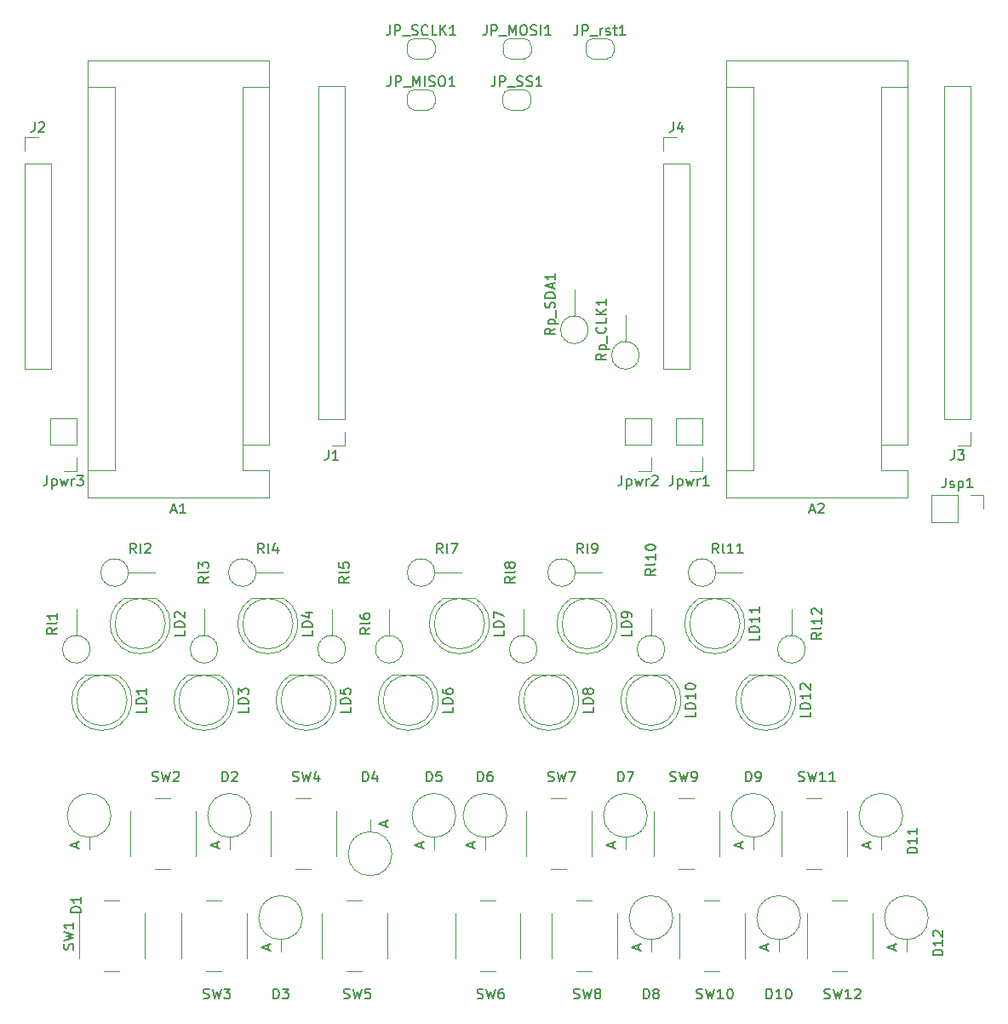
<source format=gto>
G04 #@! TF.GenerationSoftware,KiCad,Pcbnew,(5.1.4-0)*
G04 #@! TF.CreationDate,2020-06-14T15:43:19+08:00*
G04 #@! TF.ProjectId,2NanoMusic,324e616e-6f4d-4757-9369-632e6b696361,rev?*
G04 #@! TF.SameCoordinates,PX3938700PY8f0d180*
G04 #@! TF.FileFunction,Legend,Top*
G04 #@! TF.FilePolarity,Positive*
%FSLAX46Y46*%
G04 Gerber Fmt 4.6, Leading zero omitted, Abs format (unit mm)*
G04 Created by KiCad (PCBNEW (5.1.4-0)) date 2020-06-14 15:43:19*
%MOMM*%
%LPD*%
G04 APERTURE LIST*
%ADD10C,0.120000*%
%ADD11C,0.150000*%
G04 APERTURE END LIST*
D10*
X24130000Y57150000D02*
X24130000Y54610000D01*
X24130000Y54610000D02*
X26800000Y54610000D01*
X26800000Y57150000D02*
X26800000Y95380000D01*
X26800000Y51940000D02*
X26800000Y54610000D01*
X11430000Y54610000D02*
X8760000Y54610000D01*
X11430000Y54610000D02*
X11430000Y92710000D01*
X11430000Y92710000D02*
X8760000Y92710000D01*
X24130000Y57150000D02*
X26800000Y57150000D01*
X24130000Y57150000D02*
X24130000Y92710000D01*
X24130000Y92710000D02*
X26800000Y92710000D01*
X26800000Y95380000D02*
X8760000Y95380000D01*
X8760000Y95380000D02*
X8760000Y51940000D01*
X8760000Y51940000D02*
X26800000Y51940000D01*
X72260000Y51940000D02*
X90300000Y51940000D01*
X72260000Y95380000D02*
X72260000Y51940000D01*
X90300000Y95380000D02*
X72260000Y95380000D01*
X87630000Y92710000D02*
X90300000Y92710000D01*
X87630000Y57150000D02*
X87630000Y92710000D01*
X87630000Y57150000D02*
X90300000Y57150000D01*
X74930000Y92710000D02*
X72260000Y92710000D01*
X74930000Y54610000D02*
X74930000Y92710000D01*
X74930000Y54610000D02*
X72260000Y54610000D01*
X90300000Y51940000D02*
X90300000Y54610000D01*
X90300000Y57150000D02*
X90300000Y95380000D01*
X87630000Y54610000D02*
X90300000Y54610000D01*
X87630000Y57150000D02*
X87630000Y54610000D01*
X8890000Y18145101D02*
X8890000Y16940000D01*
X11064899Y20320000D02*
G75*
G03X11064899Y20320000I-2174899J0D01*
G01*
X22860000Y18145101D02*
X22860000Y16940000D01*
X25034899Y20320000D02*
G75*
G03X25034899Y20320000I-2174899J0D01*
G01*
X27940000Y7985101D02*
X27940000Y6780000D01*
X30114899Y10160000D02*
G75*
G03X30114899Y10160000I-2174899J0D01*
G01*
X39004899Y16510000D02*
G75*
G03X39004899Y16510000I-2174899J0D01*
G01*
X36830000Y18684899D02*
X36830000Y19890000D01*
X45354899Y20320000D02*
G75*
G03X45354899Y20320000I-2174899J0D01*
G01*
X43180000Y18145101D02*
X43180000Y16940000D01*
X50434899Y20320000D02*
G75*
G03X50434899Y20320000I-2174899J0D01*
G01*
X48260000Y18145101D02*
X48260000Y16940000D01*
X62230000Y18145101D02*
X62230000Y16940000D01*
X64404899Y20320000D02*
G75*
G03X64404899Y20320000I-2174899J0D01*
G01*
X66944899Y10160000D02*
G75*
G03X66944899Y10160000I-2174899J0D01*
G01*
X64770000Y7985101D02*
X64770000Y6780000D01*
X74930000Y18145101D02*
X74930000Y16940000D01*
X77104899Y20320000D02*
G75*
G03X77104899Y20320000I-2174899J0D01*
G01*
X79644899Y10160000D02*
G75*
G03X79644899Y10160000I-2174899J0D01*
G01*
X77470000Y7985101D02*
X77470000Y6780000D01*
X87630000Y18145101D02*
X87630000Y16940000D01*
X89804899Y20320000D02*
G75*
G03X89804899Y20320000I-2174899J0D01*
G01*
X92344899Y10160000D02*
G75*
G03X92344899Y10160000I-2174899J0D01*
G01*
X90170000Y7985101D02*
X90170000Y6780000D01*
X34350000Y57090000D02*
X33020000Y57090000D01*
X34350000Y58420000D02*
X34350000Y57090000D01*
X34350000Y59690000D02*
X31690000Y59690000D01*
X31690000Y59690000D02*
X31690000Y92770000D01*
X34350000Y59690000D02*
X34350000Y92770000D01*
X34350000Y92770000D02*
X31690000Y92770000D01*
X2480000Y87690000D02*
X3810000Y87690000D01*
X2480000Y86360000D02*
X2480000Y87690000D01*
X2480000Y85090000D02*
X5140000Y85090000D01*
X5140000Y85090000D02*
X5140000Y64710000D01*
X2480000Y85090000D02*
X2480000Y64710000D01*
X2480000Y64710000D02*
X5140000Y64710000D01*
X96580000Y92770000D02*
X93920000Y92770000D01*
X96580000Y59690000D02*
X96580000Y92770000D01*
X93920000Y59690000D02*
X93920000Y92770000D01*
X96580000Y59690000D02*
X93920000Y59690000D01*
X96580000Y58420000D02*
X96580000Y57090000D01*
X96580000Y57090000D02*
X95250000Y57090000D01*
X65980000Y64710000D02*
X68640000Y64710000D01*
X65980000Y85090000D02*
X65980000Y64710000D01*
X68640000Y85090000D02*
X68640000Y64710000D01*
X65980000Y85090000D02*
X68640000Y85090000D01*
X65980000Y86360000D02*
X65980000Y87690000D01*
X65980000Y87690000D02*
X67310000Y87690000D01*
X42610000Y92440000D02*
G75*
G02X43310000Y91740000I0J-700000D01*
G01*
X43310000Y91140000D02*
G75*
G02X42610000Y90440000I-700000J0D01*
G01*
X41210000Y90440000D02*
G75*
G02X40510000Y91140000I0J700000D01*
G01*
X40510000Y91740000D02*
G75*
G02X41210000Y92440000I700000J0D01*
G01*
X40510000Y91140000D02*
X40510000Y91740000D01*
X42610000Y90440000D02*
X41210000Y90440000D01*
X43310000Y91740000D02*
X43310000Y91140000D01*
X41210000Y92440000D02*
X42610000Y92440000D01*
X50750000Y97520000D02*
X52150000Y97520000D01*
X52850000Y96820000D02*
X52850000Y96220000D01*
X52150000Y95520000D02*
X50750000Y95520000D01*
X50050000Y96220000D02*
X50050000Y96820000D01*
X50050000Y96820000D02*
G75*
G02X50750000Y97520000I700000J0D01*
G01*
X50750000Y95520000D02*
G75*
G02X50050000Y96220000I0J700000D01*
G01*
X52850000Y96220000D02*
G75*
G02X52150000Y95520000I-700000J0D01*
G01*
X52150000Y97520000D02*
G75*
G02X52850000Y96820000I0J-700000D01*
G01*
X60390000Y97520000D02*
G75*
G02X61090000Y96820000I0J-700000D01*
G01*
X61090000Y96220000D02*
G75*
G02X60390000Y95520000I-700000J0D01*
G01*
X58990000Y95520000D02*
G75*
G02X58290000Y96220000I0J700000D01*
G01*
X58290000Y96820000D02*
G75*
G02X58990000Y97520000I700000J0D01*
G01*
X58290000Y96220000D02*
X58290000Y96820000D01*
X60390000Y95520000D02*
X58990000Y95520000D01*
X61090000Y96820000D02*
X61090000Y96220000D01*
X58990000Y97520000D02*
X60390000Y97520000D01*
X41210000Y97520000D02*
X42610000Y97520000D01*
X43310000Y96820000D02*
X43310000Y96220000D01*
X42610000Y95520000D02*
X41210000Y95520000D01*
X40510000Y96220000D02*
X40510000Y96820000D01*
X40510000Y96820000D02*
G75*
G02X41210000Y97520000I700000J0D01*
G01*
X41210000Y95520000D02*
G75*
G02X40510000Y96220000I0J700000D01*
G01*
X43310000Y96220000D02*
G75*
G02X42610000Y95520000I-700000J0D01*
G01*
X42610000Y97520000D02*
G75*
G02X43310000Y96820000I0J-700000D01*
G01*
X52120000Y92440000D02*
G75*
G02X52820000Y91740000I0J-700000D01*
G01*
X52820000Y91140000D02*
G75*
G02X52120000Y90440000I-700000J0D01*
G01*
X50720000Y90440000D02*
G75*
G02X50020000Y91140000I0J700000D01*
G01*
X50020000Y91740000D02*
G75*
G02X50720000Y92440000I700000J0D01*
G01*
X50020000Y91140000D02*
X50020000Y91740000D01*
X52120000Y90440000D02*
X50720000Y90440000D01*
X52820000Y91740000D02*
X52820000Y91140000D01*
X50720000Y92440000D02*
X52120000Y92440000D01*
X69910000Y54550000D02*
X68580000Y54550000D01*
X69910000Y55880000D02*
X69910000Y54550000D01*
X69910000Y57150000D02*
X67250000Y57150000D01*
X67250000Y57150000D02*
X67250000Y59750000D01*
X69910000Y57150000D02*
X69910000Y59750000D01*
X69910000Y59750000D02*
X67250000Y59750000D01*
X64830000Y59750000D02*
X62170000Y59750000D01*
X64830000Y57150000D02*
X64830000Y59750000D01*
X62170000Y57150000D02*
X62170000Y59750000D01*
X64830000Y57150000D02*
X62170000Y57150000D01*
X64830000Y55880000D02*
X64830000Y54550000D01*
X64830000Y54550000D02*
X63500000Y54550000D01*
X7680000Y54550000D02*
X6350000Y54550000D01*
X7680000Y55880000D02*
X7680000Y54550000D01*
X7680000Y57150000D02*
X5020000Y57150000D01*
X5020000Y57150000D02*
X5020000Y59750000D01*
X7680000Y57150000D02*
X7680000Y59750000D01*
X7680000Y59750000D02*
X5020000Y59750000D01*
X92650000Y52130000D02*
X92650000Y49470000D01*
X95250000Y52130000D02*
X92650000Y52130000D01*
X95250000Y49470000D02*
X92650000Y49470000D01*
X95250000Y52130000D02*
X95250000Y49470000D01*
X96520000Y52130000D02*
X97850000Y52130000D01*
X97850000Y52130000D02*
X97850000Y50800000D01*
X10159538Y28760000D02*
G75*
G03X11704830Y34310000I462J2990000D01*
G01*
X10160462Y28760000D02*
G75*
G02X8615170Y34310000I-462J2990000D01*
G01*
X12660000Y31750000D02*
G75*
G03X12660000Y31750000I-2500000J0D01*
G01*
X11705000Y34310000D02*
X8615000Y34310000D01*
X13969538Y36380000D02*
G75*
G03X15514830Y41930000I462J2990000D01*
G01*
X13970462Y36380000D02*
G75*
G02X12425170Y41930000I-462J2990000D01*
G01*
X16470000Y39370000D02*
G75*
G03X16470000Y39370000I-2500000J0D01*
G01*
X15515000Y41930000D02*
X12425000Y41930000D01*
X21865000Y34310000D02*
X18775000Y34310000D01*
X22820000Y31750000D02*
G75*
G03X22820000Y31750000I-2500000J0D01*
G01*
X20320462Y28760000D02*
G75*
G02X18775170Y34310000I-462J2990000D01*
G01*
X20319538Y28760000D02*
G75*
G03X21864830Y34310000I462J2990000D01*
G01*
X26669538Y36380000D02*
G75*
G03X28214830Y41930000I462J2990000D01*
G01*
X26670462Y36380000D02*
G75*
G02X25125170Y41930000I-462J2990000D01*
G01*
X29170000Y39370000D02*
G75*
G03X29170000Y39370000I-2500000J0D01*
G01*
X28215000Y41930000D02*
X25125000Y41930000D01*
X32025000Y34310000D02*
X28935000Y34310000D01*
X32980000Y31750000D02*
G75*
G03X32980000Y31750000I-2500000J0D01*
G01*
X30480462Y28760000D02*
G75*
G02X28935170Y34310000I-462J2990000D01*
G01*
X30479538Y28760000D02*
G75*
G03X32024830Y34310000I462J2990000D01*
G01*
X42185000Y34310000D02*
X39095000Y34310000D01*
X43140000Y31750000D02*
G75*
G03X43140000Y31750000I-2500000J0D01*
G01*
X40640462Y28760000D02*
G75*
G02X39095170Y34310000I-462J2990000D01*
G01*
X40639538Y28760000D02*
G75*
G03X42184830Y34310000I462J2990000D01*
G01*
X47265000Y41930000D02*
X44175000Y41930000D01*
X48220000Y39370000D02*
G75*
G03X48220000Y39370000I-2500000J0D01*
G01*
X45720462Y36380000D02*
G75*
G02X44175170Y41930000I-462J2990000D01*
G01*
X45719538Y36380000D02*
G75*
G03X47264830Y41930000I462J2990000D01*
G01*
X54609538Y28760000D02*
G75*
G03X56154830Y34310000I462J2990000D01*
G01*
X54610462Y28760000D02*
G75*
G02X53065170Y34310000I-462J2990000D01*
G01*
X57110000Y31750000D02*
G75*
G03X57110000Y31750000I-2500000J0D01*
G01*
X56155000Y34310000D02*
X53065000Y34310000D01*
X59965000Y41930000D02*
X56875000Y41930000D01*
X60920000Y39370000D02*
G75*
G03X60920000Y39370000I-2500000J0D01*
G01*
X58420462Y36380000D02*
G75*
G02X56875170Y41930000I-462J2990000D01*
G01*
X58419538Y36380000D02*
G75*
G03X59964830Y41930000I462J2990000D01*
G01*
X64769538Y28760000D02*
G75*
G03X66314830Y34310000I462J2990000D01*
G01*
X64770462Y28760000D02*
G75*
G02X63225170Y34310000I-462J2990000D01*
G01*
X67270000Y31750000D02*
G75*
G03X67270000Y31750000I-2500000J0D01*
G01*
X66315000Y34310000D02*
X63225000Y34310000D01*
X72665000Y41930000D02*
X69575000Y41930000D01*
X73620000Y39370000D02*
G75*
G03X73620000Y39370000I-2500000J0D01*
G01*
X71120462Y36380000D02*
G75*
G02X69575170Y41930000I-462J2990000D01*
G01*
X71119538Y36380000D02*
G75*
G03X72664830Y41930000I462J2990000D01*
G01*
X76199538Y28760000D02*
G75*
G03X77744830Y34310000I462J2990000D01*
G01*
X76200462Y28760000D02*
G75*
G02X74655170Y34310000I-462J2990000D01*
G01*
X78700000Y31750000D02*
G75*
G03X78700000Y31750000I-2500000J0D01*
G01*
X77745000Y34310000D02*
X74655000Y34310000D01*
X8990000Y36830000D02*
G75*
G03X8990000Y36830000I-1370000J0D01*
G01*
X7620000Y38200000D02*
X7620000Y40810000D01*
X12800000Y44450000D02*
X15410000Y44450000D01*
X12800000Y44450000D02*
G75*
G03X12800000Y44450000I-1370000J0D01*
G01*
X21690000Y36830000D02*
G75*
G03X21690000Y36830000I-1370000J0D01*
G01*
X20320000Y38200000D02*
X20320000Y40810000D01*
X25500000Y44450000D02*
X28110000Y44450000D01*
X25500000Y44450000D02*
G75*
G03X25500000Y44450000I-1370000J0D01*
G01*
X34390000Y36830000D02*
G75*
G03X34390000Y36830000I-1370000J0D01*
G01*
X33020000Y38200000D02*
X33020000Y40810000D01*
X38735000Y38200000D02*
X38735000Y40810000D01*
X40105000Y36830000D02*
G75*
G03X40105000Y36830000I-1370000J0D01*
G01*
X43280000Y44450000D02*
G75*
G03X43280000Y44450000I-1370000J0D01*
G01*
X43280000Y44450000D02*
X45890000Y44450000D01*
X52070000Y38200000D02*
X52070000Y40810000D01*
X53440000Y36830000D02*
G75*
G03X53440000Y36830000I-1370000J0D01*
G01*
X57250000Y44450000D02*
G75*
G03X57250000Y44450000I-1370000J0D01*
G01*
X57250000Y44450000D02*
X59860000Y44450000D01*
X64770000Y38200000D02*
X64770000Y40810000D01*
X66140000Y36830000D02*
G75*
G03X66140000Y36830000I-1370000J0D01*
G01*
X71220000Y44450000D02*
G75*
G03X71220000Y44450000I-1370000J0D01*
G01*
X71220000Y44450000D02*
X73830000Y44450000D01*
X78740000Y38200000D02*
X78740000Y40810000D01*
X80110000Y36830000D02*
G75*
G03X80110000Y36830000I-1370000J0D01*
G01*
X62230000Y67410000D02*
X62230000Y70020000D01*
X63600000Y66040000D02*
G75*
G03X63600000Y66040000I-1370000J0D01*
G01*
X58520000Y68580000D02*
G75*
G03X58520000Y68580000I-1370000J0D01*
G01*
X57150000Y69950000D02*
X57150000Y72560000D01*
X14390000Y6080000D02*
X14390000Y10580000D01*
X10390000Y4830000D02*
X11890000Y4830000D01*
X7890000Y10580000D02*
X7890000Y6080000D01*
X11890000Y11830000D02*
X10390000Y11830000D01*
X16970000Y21990000D02*
X15470000Y21990000D01*
X12970000Y20740000D02*
X12970000Y16240000D01*
X15470000Y14990000D02*
X16970000Y14990000D01*
X19470000Y16240000D02*
X19470000Y20740000D01*
X24550000Y6080000D02*
X24550000Y10580000D01*
X20550000Y4830000D02*
X22050000Y4830000D01*
X18050000Y10580000D02*
X18050000Y6080000D01*
X22050000Y11830000D02*
X20550000Y11830000D01*
X30940000Y21990000D02*
X29440000Y21990000D01*
X26940000Y20740000D02*
X26940000Y16240000D01*
X29440000Y14990000D02*
X30940000Y14990000D01*
X33440000Y16240000D02*
X33440000Y20740000D01*
X38520000Y6080000D02*
X38520000Y10580000D01*
X34520000Y4830000D02*
X36020000Y4830000D01*
X32020000Y10580000D02*
X32020000Y6080000D01*
X36020000Y11830000D02*
X34520000Y11830000D01*
X49300000Y11830000D02*
X47800000Y11830000D01*
X45300000Y10580000D02*
X45300000Y6080000D01*
X47800000Y4830000D02*
X49300000Y4830000D01*
X51800000Y6080000D02*
X51800000Y10580000D01*
X58840000Y16240000D02*
X58840000Y20740000D01*
X54840000Y14990000D02*
X56340000Y14990000D01*
X52340000Y20740000D02*
X52340000Y16240000D01*
X56340000Y21990000D02*
X54840000Y21990000D01*
X58880000Y11830000D02*
X57380000Y11830000D01*
X54880000Y10580000D02*
X54880000Y6080000D01*
X57380000Y4830000D02*
X58880000Y4830000D01*
X61380000Y6080000D02*
X61380000Y10580000D01*
X71540000Y16240000D02*
X71540000Y20740000D01*
X67540000Y14990000D02*
X69040000Y14990000D01*
X65040000Y20740000D02*
X65040000Y16240000D01*
X69040000Y21990000D02*
X67540000Y21990000D01*
X71580000Y11830000D02*
X70080000Y11830000D01*
X67580000Y10580000D02*
X67580000Y6080000D01*
X70080000Y4830000D02*
X71580000Y4830000D01*
X74080000Y6080000D02*
X74080000Y10580000D01*
X84240000Y16240000D02*
X84240000Y20740000D01*
X80240000Y14990000D02*
X81740000Y14990000D01*
X77740000Y20740000D02*
X77740000Y16240000D01*
X81740000Y21990000D02*
X80240000Y21990000D01*
X84280000Y11830000D02*
X82780000Y11830000D01*
X80280000Y10580000D02*
X80280000Y6080000D01*
X82780000Y4830000D02*
X84280000Y4830000D01*
X86780000Y6080000D02*
X86780000Y10580000D01*
D11*
X17065714Y50633334D02*
X17541904Y50633334D01*
X16970476Y50347620D02*
X17303809Y51347620D01*
X17637142Y50347620D01*
X18494285Y50347620D02*
X17922857Y50347620D01*
X18208571Y50347620D02*
X18208571Y51347620D01*
X18113333Y51204762D01*
X18018095Y51109524D01*
X17922857Y51061905D01*
X80565714Y50633334D02*
X81041904Y50633334D01*
X80470476Y50347620D02*
X80803809Y51347620D01*
X81137142Y50347620D01*
X81422857Y51252381D02*
X81470476Y51300000D01*
X81565714Y51347620D01*
X81803809Y51347620D01*
X81899047Y51300000D01*
X81946666Y51252381D01*
X81994285Y51157143D01*
X81994285Y51061905D01*
X81946666Y50919048D01*
X81375238Y50347620D01*
X81994285Y50347620D01*
X8072380Y10691905D02*
X7072380Y10691905D01*
X7072380Y10930000D01*
X7120000Y11072858D01*
X7215238Y11168096D01*
X7310476Y11215715D01*
X7500952Y11263334D01*
X7643809Y11263334D01*
X7834285Y11215715D01*
X7929523Y11168096D01*
X8024761Y11072858D01*
X8072380Y10930000D01*
X8072380Y10691905D01*
X8072380Y12215715D02*
X8072380Y11644286D01*
X8072380Y11930000D02*
X7072380Y11930000D01*
X7215238Y11834762D01*
X7310476Y11739524D01*
X7358095Y11644286D01*
X7656666Y17101905D02*
X7656666Y17578096D01*
X7942380Y17006667D02*
X6942380Y17340000D01*
X7942380Y17673334D01*
X22121904Y23677620D02*
X22121904Y24677620D01*
X22360000Y24677620D01*
X22502857Y24630000D01*
X22598095Y24534762D01*
X22645714Y24439524D01*
X22693333Y24249048D01*
X22693333Y24106191D01*
X22645714Y23915715D01*
X22598095Y23820477D01*
X22502857Y23725239D01*
X22360000Y23677620D01*
X22121904Y23677620D01*
X23074285Y24582381D02*
X23121904Y24630000D01*
X23217142Y24677620D01*
X23455238Y24677620D01*
X23550476Y24630000D01*
X23598095Y24582381D01*
X23645714Y24487143D01*
X23645714Y24391905D01*
X23598095Y24249048D01*
X23026666Y23677620D01*
X23645714Y23677620D01*
X21626666Y17101905D02*
X21626666Y17578096D01*
X21912380Y17006667D02*
X20912380Y17340000D01*
X21912380Y17673334D01*
X27201904Y2087620D02*
X27201904Y3087620D01*
X27440000Y3087620D01*
X27582857Y3040000D01*
X27678095Y2944762D01*
X27725714Y2849524D01*
X27773333Y2659048D01*
X27773333Y2516191D01*
X27725714Y2325715D01*
X27678095Y2230477D01*
X27582857Y2135239D01*
X27440000Y2087620D01*
X27201904Y2087620D01*
X28106666Y3087620D02*
X28725714Y3087620D01*
X28392380Y2706667D01*
X28535238Y2706667D01*
X28630476Y2659048D01*
X28678095Y2611429D01*
X28725714Y2516191D01*
X28725714Y2278096D01*
X28678095Y2182858D01*
X28630476Y2135239D01*
X28535238Y2087620D01*
X28249523Y2087620D01*
X28154285Y2135239D01*
X28106666Y2182858D01*
X26706666Y6941905D02*
X26706666Y7418096D01*
X26992380Y6846667D02*
X25992380Y7180000D01*
X26992380Y7513334D01*
X36091904Y23677620D02*
X36091904Y24677620D01*
X36330000Y24677620D01*
X36472857Y24630000D01*
X36568095Y24534762D01*
X36615714Y24439524D01*
X36663333Y24249048D01*
X36663333Y24106191D01*
X36615714Y23915715D01*
X36568095Y23820477D01*
X36472857Y23725239D01*
X36330000Y23677620D01*
X36091904Y23677620D01*
X37520476Y24344286D02*
X37520476Y23677620D01*
X37282380Y24725239D02*
X37044285Y24010953D01*
X37663333Y24010953D01*
X38396666Y19251905D02*
X38396666Y19728096D01*
X38682380Y19156667D02*
X37682380Y19490000D01*
X38682380Y19823334D01*
X42441904Y23677620D02*
X42441904Y24677620D01*
X42680000Y24677620D01*
X42822857Y24630000D01*
X42918095Y24534762D01*
X42965714Y24439524D01*
X43013333Y24249048D01*
X43013333Y24106191D01*
X42965714Y23915715D01*
X42918095Y23820477D01*
X42822857Y23725239D01*
X42680000Y23677620D01*
X42441904Y23677620D01*
X43918095Y24677620D02*
X43441904Y24677620D01*
X43394285Y24201429D01*
X43441904Y24249048D01*
X43537142Y24296667D01*
X43775238Y24296667D01*
X43870476Y24249048D01*
X43918095Y24201429D01*
X43965714Y24106191D01*
X43965714Y23868096D01*
X43918095Y23772858D01*
X43870476Y23725239D01*
X43775238Y23677620D01*
X43537142Y23677620D01*
X43441904Y23725239D01*
X43394285Y23772858D01*
X41946666Y17101905D02*
X41946666Y17578096D01*
X42232380Y17006667D02*
X41232380Y17340000D01*
X42232380Y17673334D01*
X47521904Y23677620D02*
X47521904Y24677620D01*
X47760000Y24677620D01*
X47902857Y24630000D01*
X47998095Y24534762D01*
X48045714Y24439524D01*
X48093333Y24249048D01*
X48093333Y24106191D01*
X48045714Y23915715D01*
X47998095Y23820477D01*
X47902857Y23725239D01*
X47760000Y23677620D01*
X47521904Y23677620D01*
X48950476Y24677620D02*
X48760000Y24677620D01*
X48664761Y24630000D01*
X48617142Y24582381D01*
X48521904Y24439524D01*
X48474285Y24249048D01*
X48474285Y23868096D01*
X48521904Y23772858D01*
X48569523Y23725239D01*
X48664761Y23677620D01*
X48855238Y23677620D01*
X48950476Y23725239D01*
X48998095Y23772858D01*
X49045714Y23868096D01*
X49045714Y24106191D01*
X48998095Y24201429D01*
X48950476Y24249048D01*
X48855238Y24296667D01*
X48664761Y24296667D01*
X48569523Y24249048D01*
X48521904Y24201429D01*
X48474285Y24106191D01*
X47026666Y17101905D02*
X47026666Y17578096D01*
X47312380Y17006667D02*
X46312380Y17340000D01*
X47312380Y17673334D01*
X61491904Y23677620D02*
X61491904Y24677620D01*
X61730000Y24677620D01*
X61872857Y24630000D01*
X61968095Y24534762D01*
X62015714Y24439524D01*
X62063333Y24249048D01*
X62063333Y24106191D01*
X62015714Y23915715D01*
X61968095Y23820477D01*
X61872857Y23725239D01*
X61730000Y23677620D01*
X61491904Y23677620D01*
X62396666Y24677620D02*
X63063333Y24677620D01*
X62634761Y23677620D01*
X60996666Y17101905D02*
X60996666Y17578096D01*
X61282380Y17006667D02*
X60282380Y17340000D01*
X61282380Y17673334D01*
X64031904Y2087620D02*
X64031904Y3087620D01*
X64270000Y3087620D01*
X64412857Y3040000D01*
X64508095Y2944762D01*
X64555714Y2849524D01*
X64603333Y2659048D01*
X64603333Y2516191D01*
X64555714Y2325715D01*
X64508095Y2230477D01*
X64412857Y2135239D01*
X64270000Y2087620D01*
X64031904Y2087620D01*
X65174761Y2659048D02*
X65079523Y2706667D01*
X65031904Y2754286D01*
X64984285Y2849524D01*
X64984285Y2897143D01*
X65031904Y2992381D01*
X65079523Y3040000D01*
X65174761Y3087620D01*
X65365238Y3087620D01*
X65460476Y3040000D01*
X65508095Y2992381D01*
X65555714Y2897143D01*
X65555714Y2849524D01*
X65508095Y2754286D01*
X65460476Y2706667D01*
X65365238Y2659048D01*
X65174761Y2659048D01*
X65079523Y2611429D01*
X65031904Y2563810D01*
X64984285Y2468572D01*
X64984285Y2278096D01*
X65031904Y2182858D01*
X65079523Y2135239D01*
X65174761Y2087620D01*
X65365238Y2087620D01*
X65460476Y2135239D01*
X65508095Y2182858D01*
X65555714Y2278096D01*
X65555714Y2468572D01*
X65508095Y2563810D01*
X65460476Y2611429D01*
X65365238Y2659048D01*
X63536666Y6941905D02*
X63536666Y7418096D01*
X63822380Y6846667D02*
X62822380Y7180000D01*
X63822380Y7513334D01*
X74191904Y23677620D02*
X74191904Y24677620D01*
X74430000Y24677620D01*
X74572857Y24630000D01*
X74668095Y24534762D01*
X74715714Y24439524D01*
X74763333Y24249048D01*
X74763333Y24106191D01*
X74715714Y23915715D01*
X74668095Y23820477D01*
X74572857Y23725239D01*
X74430000Y23677620D01*
X74191904Y23677620D01*
X75239523Y23677620D02*
X75430000Y23677620D01*
X75525238Y23725239D01*
X75572857Y23772858D01*
X75668095Y23915715D01*
X75715714Y24106191D01*
X75715714Y24487143D01*
X75668095Y24582381D01*
X75620476Y24630000D01*
X75525238Y24677620D01*
X75334761Y24677620D01*
X75239523Y24630000D01*
X75191904Y24582381D01*
X75144285Y24487143D01*
X75144285Y24249048D01*
X75191904Y24153810D01*
X75239523Y24106191D01*
X75334761Y24058572D01*
X75525238Y24058572D01*
X75620476Y24106191D01*
X75668095Y24153810D01*
X75715714Y24249048D01*
X73696666Y17101905D02*
X73696666Y17578096D01*
X73982380Y17006667D02*
X72982380Y17340000D01*
X73982380Y17673334D01*
X76255714Y2087620D02*
X76255714Y3087620D01*
X76493809Y3087620D01*
X76636666Y3040000D01*
X76731904Y2944762D01*
X76779523Y2849524D01*
X76827142Y2659048D01*
X76827142Y2516191D01*
X76779523Y2325715D01*
X76731904Y2230477D01*
X76636666Y2135239D01*
X76493809Y2087620D01*
X76255714Y2087620D01*
X77779523Y2087620D02*
X77208095Y2087620D01*
X77493809Y2087620D02*
X77493809Y3087620D01*
X77398571Y2944762D01*
X77303333Y2849524D01*
X77208095Y2801905D01*
X78398571Y3087620D02*
X78493809Y3087620D01*
X78589047Y3040000D01*
X78636666Y2992381D01*
X78684285Y2897143D01*
X78731904Y2706667D01*
X78731904Y2468572D01*
X78684285Y2278096D01*
X78636666Y2182858D01*
X78589047Y2135239D01*
X78493809Y2087620D01*
X78398571Y2087620D01*
X78303333Y2135239D01*
X78255714Y2182858D01*
X78208095Y2278096D01*
X78160476Y2468572D01*
X78160476Y2706667D01*
X78208095Y2897143D01*
X78255714Y2992381D01*
X78303333Y3040000D01*
X78398571Y3087620D01*
X76236666Y6941905D02*
X76236666Y7418096D01*
X76522380Y6846667D02*
X75522380Y7180000D01*
X76522380Y7513334D01*
X91257279Y16565715D02*
X90257279Y16565715D01*
X90257279Y16803810D01*
X90304899Y16946667D01*
X90400137Y17041905D01*
X90495375Y17089524D01*
X90685851Y17137143D01*
X90828708Y17137143D01*
X91019184Y17089524D01*
X91114422Y17041905D01*
X91209660Y16946667D01*
X91257279Y16803810D01*
X91257279Y16565715D01*
X91257279Y18089524D02*
X91257279Y17518096D01*
X91257279Y17803810D02*
X90257279Y17803810D01*
X90400137Y17708572D01*
X90495375Y17613334D01*
X90542994Y17518096D01*
X91257279Y19041905D02*
X91257279Y18470477D01*
X91257279Y18756191D02*
X90257279Y18756191D01*
X90400137Y18660953D01*
X90495375Y18565715D01*
X90542994Y18470477D01*
X86396666Y17101905D02*
X86396666Y17578096D01*
X86682380Y17006667D02*
X85682380Y17340000D01*
X86682380Y17673334D01*
X93797279Y6405715D02*
X92797279Y6405715D01*
X92797279Y6643810D01*
X92844899Y6786667D01*
X92940137Y6881905D01*
X93035375Y6929524D01*
X93225851Y6977143D01*
X93368708Y6977143D01*
X93559184Y6929524D01*
X93654422Y6881905D01*
X93749660Y6786667D01*
X93797279Y6643810D01*
X93797279Y6405715D01*
X93797279Y7929524D02*
X93797279Y7358096D01*
X93797279Y7643810D02*
X92797279Y7643810D01*
X92940137Y7548572D01*
X93035375Y7453334D01*
X93082994Y7358096D01*
X92892518Y8310477D02*
X92844899Y8358096D01*
X92797279Y8453334D01*
X92797279Y8691429D01*
X92844899Y8786667D01*
X92892518Y8834286D01*
X92987756Y8881905D01*
X93082994Y8881905D01*
X93225851Y8834286D01*
X93797279Y8262858D01*
X93797279Y8881905D01*
X88936666Y6941905D02*
X88936666Y7418096D01*
X89222380Y6846667D02*
X88222380Y7180000D01*
X89222380Y7513334D01*
X32686666Y56637620D02*
X32686666Y55923334D01*
X32639047Y55780477D01*
X32543809Y55685239D01*
X32400952Y55637620D01*
X32305714Y55637620D01*
X33686666Y55637620D02*
X33115238Y55637620D01*
X33400952Y55637620D02*
X33400952Y56637620D01*
X33305714Y56494762D01*
X33210476Y56399524D01*
X33115238Y56351905D01*
X3476666Y89237620D02*
X3476666Y88523334D01*
X3429047Y88380477D01*
X3333809Y88285239D01*
X3190952Y88237620D01*
X3095714Y88237620D01*
X3905238Y89142381D02*
X3952857Y89190000D01*
X4048095Y89237620D01*
X4286190Y89237620D01*
X4381428Y89190000D01*
X4429047Y89142381D01*
X4476666Y89047143D01*
X4476666Y88951905D01*
X4429047Y88809048D01*
X3857619Y88237620D01*
X4476666Y88237620D01*
X94916666Y56637620D02*
X94916666Y55923334D01*
X94869047Y55780477D01*
X94773809Y55685239D01*
X94630952Y55637620D01*
X94535714Y55637620D01*
X95297619Y56637620D02*
X95916666Y56637620D01*
X95583333Y56256667D01*
X95726190Y56256667D01*
X95821428Y56209048D01*
X95869047Y56161429D01*
X95916666Y56066191D01*
X95916666Y55828096D01*
X95869047Y55732858D01*
X95821428Y55685239D01*
X95726190Y55637620D01*
X95440476Y55637620D01*
X95345238Y55685239D01*
X95297619Y55732858D01*
X66976666Y89237620D02*
X66976666Y88523334D01*
X66929047Y88380477D01*
X66833809Y88285239D01*
X66690952Y88237620D01*
X66595714Y88237620D01*
X67881428Y88904286D02*
X67881428Y88237620D01*
X67643333Y89285239D02*
X67405238Y88570953D01*
X68024285Y88570953D01*
X38886190Y93787620D02*
X38886190Y93073334D01*
X38838571Y92930477D01*
X38743333Y92835239D01*
X38600476Y92787620D01*
X38505238Y92787620D01*
X39362380Y92787620D02*
X39362380Y93787620D01*
X39743333Y93787620D01*
X39838571Y93740000D01*
X39886190Y93692381D01*
X39933809Y93597143D01*
X39933809Y93454286D01*
X39886190Y93359048D01*
X39838571Y93311429D01*
X39743333Y93263810D01*
X39362380Y93263810D01*
X40124285Y92692381D02*
X40886190Y92692381D01*
X41124285Y92787620D02*
X41124285Y93787620D01*
X41457619Y93073334D01*
X41790952Y93787620D01*
X41790952Y92787620D01*
X42267142Y92787620D02*
X42267142Y93787620D01*
X42695714Y92835239D02*
X42838571Y92787620D01*
X43076666Y92787620D01*
X43171904Y92835239D01*
X43219523Y92882858D01*
X43267142Y92978096D01*
X43267142Y93073334D01*
X43219523Y93168572D01*
X43171904Y93216191D01*
X43076666Y93263810D01*
X42886190Y93311429D01*
X42790952Y93359048D01*
X42743333Y93406667D01*
X42695714Y93501905D01*
X42695714Y93597143D01*
X42743333Y93692381D01*
X42790952Y93740000D01*
X42886190Y93787620D01*
X43124285Y93787620D01*
X43267142Y93740000D01*
X43886190Y93787620D02*
X44076666Y93787620D01*
X44171904Y93740000D01*
X44267142Y93644762D01*
X44314761Y93454286D01*
X44314761Y93120953D01*
X44267142Y92930477D01*
X44171904Y92835239D01*
X44076666Y92787620D01*
X43886190Y92787620D01*
X43790952Y92835239D01*
X43695714Y92930477D01*
X43648095Y93120953D01*
X43648095Y93454286D01*
X43695714Y93644762D01*
X43790952Y93740000D01*
X43886190Y93787620D01*
X45267142Y92787620D02*
X44695714Y92787620D01*
X44981428Y92787620D02*
X44981428Y93787620D01*
X44886190Y93644762D01*
X44790952Y93549524D01*
X44695714Y93501905D01*
X48426190Y98867620D02*
X48426190Y98153334D01*
X48378571Y98010477D01*
X48283333Y97915239D01*
X48140476Y97867620D01*
X48045238Y97867620D01*
X48902380Y97867620D02*
X48902380Y98867620D01*
X49283333Y98867620D01*
X49378571Y98820000D01*
X49426190Y98772381D01*
X49473809Y98677143D01*
X49473809Y98534286D01*
X49426190Y98439048D01*
X49378571Y98391429D01*
X49283333Y98343810D01*
X48902380Y98343810D01*
X49664285Y97772381D02*
X50426190Y97772381D01*
X50664285Y97867620D02*
X50664285Y98867620D01*
X50997619Y98153334D01*
X51330952Y98867620D01*
X51330952Y97867620D01*
X51997619Y98867620D02*
X52188095Y98867620D01*
X52283333Y98820000D01*
X52378571Y98724762D01*
X52426190Y98534286D01*
X52426190Y98200953D01*
X52378571Y98010477D01*
X52283333Y97915239D01*
X52188095Y97867620D01*
X51997619Y97867620D01*
X51902380Y97915239D01*
X51807142Y98010477D01*
X51759523Y98200953D01*
X51759523Y98534286D01*
X51807142Y98724762D01*
X51902380Y98820000D01*
X51997619Y98867620D01*
X52807142Y97915239D02*
X52950000Y97867620D01*
X53188095Y97867620D01*
X53283333Y97915239D01*
X53330952Y97962858D01*
X53378571Y98058096D01*
X53378571Y98153334D01*
X53330952Y98248572D01*
X53283333Y98296191D01*
X53188095Y98343810D01*
X52997619Y98391429D01*
X52902380Y98439048D01*
X52854761Y98486667D01*
X52807142Y98581905D01*
X52807142Y98677143D01*
X52854761Y98772381D01*
X52902380Y98820000D01*
X52997619Y98867620D01*
X53235714Y98867620D01*
X53378571Y98820000D01*
X53807142Y97867620D02*
X53807142Y98867620D01*
X54807142Y97867620D02*
X54235714Y97867620D01*
X54521428Y97867620D02*
X54521428Y98867620D01*
X54426190Y98724762D01*
X54330952Y98629524D01*
X54235714Y98581905D01*
X57475714Y98867620D02*
X57475714Y98153334D01*
X57428095Y98010477D01*
X57332857Y97915239D01*
X57190000Y97867620D01*
X57094761Y97867620D01*
X57951904Y97867620D02*
X57951904Y98867620D01*
X58332857Y98867620D01*
X58428095Y98820000D01*
X58475714Y98772381D01*
X58523333Y98677143D01*
X58523333Y98534286D01*
X58475714Y98439048D01*
X58428095Y98391429D01*
X58332857Y98343810D01*
X57951904Y98343810D01*
X58713809Y97772381D02*
X59475714Y97772381D01*
X59713809Y97867620D02*
X59713809Y98534286D01*
X59713809Y98343810D02*
X59761428Y98439048D01*
X59809047Y98486667D01*
X59904285Y98534286D01*
X59999523Y98534286D01*
X60285238Y97915239D02*
X60380476Y97867620D01*
X60570952Y97867620D01*
X60666190Y97915239D01*
X60713809Y98010477D01*
X60713809Y98058096D01*
X60666190Y98153334D01*
X60570952Y98200953D01*
X60428095Y98200953D01*
X60332857Y98248572D01*
X60285238Y98343810D01*
X60285238Y98391429D01*
X60332857Y98486667D01*
X60428095Y98534286D01*
X60570952Y98534286D01*
X60666190Y98486667D01*
X60999523Y98534286D02*
X61380476Y98534286D01*
X61142380Y98867620D02*
X61142380Y98010477D01*
X61190000Y97915239D01*
X61285238Y97867620D01*
X61380476Y97867620D01*
X62237619Y97867620D02*
X61666190Y97867620D01*
X61951904Y97867620D02*
X61951904Y98867620D01*
X61856666Y98724762D01*
X61761428Y98629524D01*
X61666190Y98581905D01*
X38814761Y98867620D02*
X38814761Y98153334D01*
X38767142Y98010477D01*
X38671904Y97915239D01*
X38529047Y97867620D01*
X38433809Y97867620D01*
X39290952Y97867620D02*
X39290952Y98867620D01*
X39671904Y98867620D01*
X39767142Y98820000D01*
X39814761Y98772381D01*
X39862380Y98677143D01*
X39862380Y98534286D01*
X39814761Y98439048D01*
X39767142Y98391429D01*
X39671904Y98343810D01*
X39290952Y98343810D01*
X40052857Y97772381D02*
X40814761Y97772381D01*
X41005238Y97915239D02*
X41148095Y97867620D01*
X41386190Y97867620D01*
X41481428Y97915239D01*
X41529047Y97962858D01*
X41576666Y98058096D01*
X41576666Y98153334D01*
X41529047Y98248572D01*
X41481428Y98296191D01*
X41386190Y98343810D01*
X41195714Y98391429D01*
X41100476Y98439048D01*
X41052857Y98486667D01*
X41005238Y98581905D01*
X41005238Y98677143D01*
X41052857Y98772381D01*
X41100476Y98820000D01*
X41195714Y98867620D01*
X41433809Y98867620D01*
X41576666Y98820000D01*
X42576666Y97962858D02*
X42529047Y97915239D01*
X42386190Y97867620D01*
X42290952Y97867620D01*
X42148095Y97915239D01*
X42052857Y98010477D01*
X42005238Y98105715D01*
X41957619Y98296191D01*
X41957619Y98439048D01*
X42005238Y98629524D01*
X42052857Y98724762D01*
X42148095Y98820000D01*
X42290952Y98867620D01*
X42386190Y98867620D01*
X42529047Y98820000D01*
X42576666Y98772381D01*
X43481428Y97867620D02*
X43005238Y97867620D01*
X43005238Y98867620D01*
X43814761Y97867620D02*
X43814761Y98867620D01*
X44386190Y97867620D02*
X43957619Y98439048D01*
X44386190Y98867620D02*
X43814761Y98296191D01*
X45338571Y97867620D02*
X44767142Y97867620D01*
X45052857Y97867620D02*
X45052857Y98867620D01*
X44957619Y98724762D01*
X44862380Y98629524D01*
X44767142Y98581905D01*
X49253333Y93787620D02*
X49253333Y93073334D01*
X49205714Y92930477D01*
X49110476Y92835239D01*
X48967619Y92787620D01*
X48872380Y92787620D01*
X49729523Y92787620D02*
X49729523Y93787620D01*
X50110476Y93787620D01*
X50205714Y93740000D01*
X50253333Y93692381D01*
X50300952Y93597143D01*
X50300952Y93454286D01*
X50253333Y93359048D01*
X50205714Y93311429D01*
X50110476Y93263810D01*
X49729523Y93263810D01*
X50491428Y92692381D02*
X51253333Y92692381D01*
X51443809Y92835239D02*
X51586666Y92787620D01*
X51824761Y92787620D01*
X51920000Y92835239D01*
X51967619Y92882858D01*
X52015238Y92978096D01*
X52015238Y93073334D01*
X51967619Y93168572D01*
X51920000Y93216191D01*
X51824761Y93263810D01*
X51634285Y93311429D01*
X51539047Y93359048D01*
X51491428Y93406667D01*
X51443809Y93501905D01*
X51443809Y93597143D01*
X51491428Y93692381D01*
X51539047Y93740000D01*
X51634285Y93787620D01*
X51872380Y93787620D01*
X52015238Y93740000D01*
X52396190Y92835239D02*
X52539047Y92787620D01*
X52777142Y92787620D01*
X52872380Y92835239D01*
X52920000Y92882858D01*
X52967619Y92978096D01*
X52967619Y93073334D01*
X52920000Y93168572D01*
X52872380Y93216191D01*
X52777142Y93263810D01*
X52586666Y93311429D01*
X52491428Y93359048D01*
X52443809Y93406667D01*
X52396190Y93501905D01*
X52396190Y93597143D01*
X52443809Y93692381D01*
X52491428Y93740000D01*
X52586666Y93787620D01*
X52824761Y93787620D01*
X52967619Y93740000D01*
X53920000Y92787620D02*
X53348571Y92787620D01*
X53634285Y92787620D02*
X53634285Y93787620D01*
X53539047Y93644762D01*
X53443809Y93549524D01*
X53348571Y93501905D01*
X66960952Y54097620D02*
X66960952Y53383334D01*
X66913333Y53240477D01*
X66818095Y53145239D01*
X66675238Y53097620D01*
X66580000Y53097620D01*
X67437142Y53764286D02*
X67437142Y52764286D01*
X67437142Y53716667D02*
X67532380Y53764286D01*
X67722857Y53764286D01*
X67818095Y53716667D01*
X67865714Y53669048D01*
X67913333Y53573810D01*
X67913333Y53288096D01*
X67865714Y53192858D01*
X67818095Y53145239D01*
X67722857Y53097620D01*
X67532380Y53097620D01*
X67437142Y53145239D01*
X68246666Y53764286D02*
X68437142Y53097620D01*
X68627619Y53573810D01*
X68818095Y53097620D01*
X69008571Y53764286D01*
X69389523Y53097620D02*
X69389523Y53764286D01*
X69389523Y53573810D02*
X69437142Y53669048D01*
X69484761Y53716667D01*
X69580000Y53764286D01*
X69675238Y53764286D01*
X70532380Y53097620D02*
X69960952Y53097620D01*
X70246666Y53097620D02*
X70246666Y54097620D01*
X70151428Y53954762D01*
X70056190Y53859524D01*
X69960952Y53811905D01*
X61880952Y54097620D02*
X61880952Y53383334D01*
X61833333Y53240477D01*
X61738095Y53145239D01*
X61595238Y53097620D01*
X61500000Y53097620D01*
X62357142Y53764286D02*
X62357142Y52764286D01*
X62357142Y53716667D02*
X62452380Y53764286D01*
X62642857Y53764286D01*
X62738095Y53716667D01*
X62785714Y53669048D01*
X62833333Y53573810D01*
X62833333Y53288096D01*
X62785714Y53192858D01*
X62738095Y53145239D01*
X62642857Y53097620D01*
X62452380Y53097620D01*
X62357142Y53145239D01*
X63166666Y53764286D02*
X63357142Y53097620D01*
X63547619Y53573810D01*
X63738095Y53097620D01*
X63928571Y53764286D01*
X64309523Y53097620D02*
X64309523Y53764286D01*
X64309523Y53573810D02*
X64357142Y53669048D01*
X64404761Y53716667D01*
X64500000Y53764286D01*
X64595238Y53764286D01*
X64880952Y54002381D02*
X64928571Y54050000D01*
X65023809Y54097620D01*
X65261904Y54097620D01*
X65357142Y54050000D01*
X65404761Y54002381D01*
X65452380Y53907143D01*
X65452380Y53811905D01*
X65404761Y53669048D01*
X64833333Y53097620D01*
X65452380Y53097620D01*
X4730952Y54097620D02*
X4730952Y53383334D01*
X4683333Y53240477D01*
X4588095Y53145239D01*
X4445238Y53097620D01*
X4350000Y53097620D01*
X5207142Y53764286D02*
X5207142Y52764286D01*
X5207142Y53716667D02*
X5302380Y53764286D01*
X5492857Y53764286D01*
X5588095Y53716667D01*
X5635714Y53669048D01*
X5683333Y53573810D01*
X5683333Y53288096D01*
X5635714Y53192858D01*
X5588095Y53145239D01*
X5492857Y53097620D01*
X5302380Y53097620D01*
X5207142Y53145239D01*
X6016666Y53764286D02*
X6207142Y53097620D01*
X6397619Y53573810D01*
X6588095Y53097620D01*
X6778571Y53764286D01*
X7159523Y53097620D02*
X7159523Y53764286D01*
X7159523Y53573810D02*
X7207142Y53669048D01*
X7254761Y53716667D01*
X7350000Y53764286D01*
X7445238Y53764286D01*
X7683333Y54097620D02*
X8302380Y54097620D01*
X7969047Y53716667D01*
X8111904Y53716667D01*
X8207142Y53669048D01*
X8254761Y53621429D01*
X8302380Y53526191D01*
X8302380Y53288096D01*
X8254761Y53192858D01*
X8207142Y53145239D01*
X8111904Y53097620D01*
X7826190Y53097620D01*
X7730952Y53145239D01*
X7683333Y53192858D01*
X94059523Y53887620D02*
X94059523Y53173334D01*
X94011904Y53030477D01*
X93916666Y52935239D01*
X93773809Y52887620D01*
X93678571Y52887620D01*
X94488095Y52935239D02*
X94583333Y52887620D01*
X94773809Y52887620D01*
X94869047Y52935239D01*
X94916666Y53030477D01*
X94916666Y53078096D01*
X94869047Y53173334D01*
X94773809Y53220953D01*
X94630952Y53220953D01*
X94535714Y53268572D01*
X94488095Y53363810D01*
X94488095Y53411429D01*
X94535714Y53506667D01*
X94630952Y53554286D01*
X94773809Y53554286D01*
X94869047Y53506667D01*
X95345238Y53554286D02*
X95345238Y52554286D01*
X95345238Y53506667D02*
X95440476Y53554286D01*
X95630952Y53554286D01*
X95726190Y53506667D01*
X95773809Y53459048D01*
X95821428Y53363810D01*
X95821428Y53078096D01*
X95773809Y52982858D01*
X95726190Y52935239D01*
X95630952Y52887620D01*
X95440476Y52887620D01*
X95345238Y52935239D01*
X96773809Y52887620D02*
X96202380Y52887620D01*
X96488095Y52887620D02*
X96488095Y53887620D01*
X96392857Y53744762D01*
X96297619Y53649524D01*
X96202380Y53601905D01*
X14572380Y31083334D02*
X14572380Y30607143D01*
X13572380Y30607143D01*
X14572380Y31416667D02*
X13572380Y31416667D01*
X13572380Y31654762D01*
X13620000Y31797620D01*
X13715238Y31892858D01*
X13810476Y31940477D01*
X14000952Y31988096D01*
X14143809Y31988096D01*
X14334285Y31940477D01*
X14429523Y31892858D01*
X14524761Y31797620D01*
X14572380Y31654762D01*
X14572380Y31416667D01*
X14572380Y32940477D02*
X14572380Y32369048D01*
X14572380Y32654762D02*
X13572380Y32654762D01*
X13715238Y32559524D01*
X13810476Y32464286D01*
X13858095Y32369048D01*
X18382380Y38703334D02*
X18382380Y38227143D01*
X17382380Y38227143D01*
X18382380Y39036667D02*
X17382380Y39036667D01*
X17382380Y39274762D01*
X17430000Y39417620D01*
X17525238Y39512858D01*
X17620476Y39560477D01*
X17810952Y39608096D01*
X17953809Y39608096D01*
X18144285Y39560477D01*
X18239523Y39512858D01*
X18334761Y39417620D01*
X18382380Y39274762D01*
X18382380Y39036667D01*
X17477619Y39989048D02*
X17430000Y40036667D01*
X17382380Y40131905D01*
X17382380Y40370000D01*
X17430000Y40465239D01*
X17477619Y40512858D01*
X17572857Y40560477D01*
X17668095Y40560477D01*
X17810952Y40512858D01*
X18382380Y39941429D01*
X18382380Y40560477D01*
X24732380Y31083334D02*
X24732380Y30607143D01*
X23732380Y30607143D01*
X24732380Y31416667D02*
X23732380Y31416667D01*
X23732380Y31654762D01*
X23780000Y31797620D01*
X23875238Y31892858D01*
X23970476Y31940477D01*
X24160952Y31988096D01*
X24303809Y31988096D01*
X24494285Y31940477D01*
X24589523Y31892858D01*
X24684761Y31797620D01*
X24732380Y31654762D01*
X24732380Y31416667D01*
X23732380Y32321429D02*
X23732380Y32940477D01*
X24113333Y32607143D01*
X24113333Y32750000D01*
X24160952Y32845239D01*
X24208571Y32892858D01*
X24303809Y32940477D01*
X24541904Y32940477D01*
X24637142Y32892858D01*
X24684761Y32845239D01*
X24732380Y32750000D01*
X24732380Y32464286D01*
X24684761Y32369048D01*
X24637142Y32321429D01*
X31082380Y38703334D02*
X31082380Y38227143D01*
X30082380Y38227143D01*
X31082380Y39036667D02*
X30082380Y39036667D01*
X30082380Y39274762D01*
X30130000Y39417620D01*
X30225238Y39512858D01*
X30320476Y39560477D01*
X30510952Y39608096D01*
X30653809Y39608096D01*
X30844285Y39560477D01*
X30939523Y39512858D01*
X31034761Y39417620D01*
X31082380Y39274762D01*
X31082380Y39036667D01*
X30415714Y40465239D02*
X31082380Y40465239D01*
X30034761Y40227143D02*
X30749047Y39989048D01*
X30749047Y40608096D01*
X34892380Y31083334D02*
X34892380Y30607143D01*
X33892380Y30607143D01*
X34892380Y31416667D02*
X33892380Y31416667D01*
X33892380Y31654762D01*
X33940000Y31797620D01*
X34035238Y31892858D01*
X34130476Y31940477D01*
X34320952Y31988096D01*
X34463809Y31988096D01*
X34654285Y31940477D01*
X34749523Y31892858D01*
X34844761Y31797620D01*
X34892380Y31654762D01*
X34892380Y31416667D01*
X33892380Y32892858D02*
X33892380Y32416667D01*
X34368571Y32369048D01*
X34320952Y32416667D01*
X34273333Y32511905D01*
X34273333Y32750000D01*
X34320952Y32845239D01*
X34368571Y32892858D01*
X34463809Y32940477D01*
X34701904Y32940477D01*
X34797142Y32892858D01*
X34844761Y32845239D01*
X34892380Y32750000D01*
X34892380Y32511905D01*
X34844761Y32416667D01*
X34797142Y32369048D01*
X45052380Y31083334D02*
X45052380Y30607143D01*
X44052380Y30607143D01*
X45052380Y31416667D02*
X44052380Y31416667D01*
X44052380Y31654762D01*
X44100000Y31797620D01*
X44195238Y31892858D01*
X44290476Y31940477D01*
X44480952Y31988096D01*
X44623809Y31988096D01*
X44814285Y31940477D01*
X44909523Y31892858D01*
X45004761Y31797620D01*
X45052380Y31654762D01*
X45052380Y31416667D01*
X44052380Y32845239D02*
X44052380Y32654762D01*
X44100000Y32559524D01*
X44147619Y32511905D01*
X44290476Y32416667D01*
X44480952Y32369048D01*
X44861904Y32369048D01*
X44957142Y32416667D01*
X45004761Y32464286D01*
X45052380Y32559524D01*
X45052380Y32750000D01*
X45004761Y32845239D01*
X44957142Y32892858D01*
X44861904Y32940477D01*
X44623809Y32940477D01*
X44528571Y32892858D01*
X44480952Y32845239D01*
X44433333Y32750000D01*
X44433333Y32559524D01*
X44480952Y32464286D01*
X44528571Y32416667D01*
X44623809Y32369048D01*
X50132380Y38703334D02*
X50132380Y38227143D01*
X49132380Y38227143D01*
X50132380Y39036667D02*
X49132380Y39036667D01*
X49132380Y39274762D01*
X49180000Y39417620D01*
X49275238Y39512858D01*
X49370476Y39560477D01*
X49560952Y39608096D01*
X49703809Y39608096D01*
X49894285Y39560477D01*
X49989523Y39512858D01*
X50084761Y39417620D01*
X50132380Y39274762D01*
X50132380Y39036667D01*
X49132380Y39941429D02*
X49132380Y40608096D01*
X50132380Y40179524D01*
X59022380Y31083334D02*
X59022380Y30607143D01*
X58022380Y30607143D01*
X59022380Y31416667D02*
X58022380Y31416667D01*
X58022380Y31654762D01*
X58070000Y31797620D01*
X58165238Y31892858D01*
X58260476Y31940477D01*
X58450952Y31988096D01*
X58593809Y31988096D01*
X58784285Y31940477D01*
X58879523Y31892858D01*
X58974761Y31797620D01*
X59022380Y31654762D01*
X59022380Y31416667D01*
X58450952Y32559524D02*
X58403333Y32464286D01*
X58355714Y32416667D01*
X58260476Y32369048D01*
X58212857Y32369048D01*
X58117619Y32416667D01*
X58070000Y32464286D01*
X58022380Y32559524D01*
X58022380Y32750000D01*
X58070000Y32845239D01*
X58117619Y32892858D01*
X58212857Y32940477D01*
X58260476Y32940477D01*
X58355714Y32892858D01*
X58403333Y32845239D01*
X58450952Y32750000D01*
X58450952Y32559524D01*
X58498571Y32464286D01*
X58546190Y32416667D01*
X58641428Y32369048D01*
X58831904Y32369048D01*
X58927142Y32416667D01*
X58974761Y32464286D01*
X59022380Y32559524D01*
X59022380Y32750000D01*
X58974761Y32845239D01*
X58927142Y32892858D01*
X58831904Y32940477D01*
X58641428Y32940477D01*
X58546190Y32892858D01*
X58498571Y32845239D01*
X58450952Y32750000D01*
X62832380Y38703334D02*
X62832380Y38227143D01*
X61832380Y38227143D01*
X62832380Y39036667D02*
X61832380Y39036667D01*
X61832380Y39274762D01*
X61880000Y39417620D01*
X61975238Y39512858D01*
X62070476Y39560477D01*
X62260952Y39608096D01*
X62403809Y39608096D01*
X62594285Y39560477D01*
X62689523Y39512858D01*
X62784761Y39417620D01*
X62832380Y39274762D01*
X62832380Y39036667D01*
X62832380Y40084286D02*
X62832380Y40274762D01*
X62784761Y40370000D01*
X62737142Y40417620D01*
X62594285Y40512858D01*
X62403809Y40560477D01*
X62022857Y40560477D01*
X61927619Y40512858D01*
X61880000Y40465239D01*
X61832380Y40370000D01*
X61832380Y40179524D01*
X61880000Y40084286D01*
X61927619Y40036667D01*
X62022857Y39989048D01*
X62260952Y39989048D01*
X62356190Y40036667D01*
X62403809Y40084286D01*
X62451428Y40179524D01*
X62451428Y40370000D01*
X62403809Y40465239D01*
X62356190Y40512858D01*
X62260952Y40560477D01*
X69182380Y30607143D02*
X69182380Y30130953D01*
X68182380Y30130953D01*
X69182380Y30940477D02*
X68182380Y30940477D01*
X68182380Y31178572D01*
X68230000Y31321429D01*
X68325238Y31416667D01*
X68420476Y31464286D01*
X68610952Y31511905D01*
X68753809Y31511905D01*
X68944285Y31464286D01*
X69039523Y31416667D01*
X69134761Y31321429D01*
X69182380Y31178572D01*
X69182380Y30940477D01*
X69182380Y32464286D02*
X69182380Y31892858D01*
X69182380Y32178572D02*
X68182380Y32178572D01*
X68325238Y32083334D01*
X68420476Y31988096D01*
X68468095Y31892858D01*
X68182380Y33083334D02*
X68182380Y33178572D01*
X68230000Y33273810D01*
X68277619Y33321429D01*
X68372857Y33369048D01*
X68563333Y33416667D01*
X68801428Y33416667D01*
X68991904Y33369048D01*
X69087142Y33321429D01*
X69134761Y33273810D01*
X69182380Y33178572D01*
X69182380Y33083334D01*
X69134761Y32988096D01*
X69087142Y32940477D01*
X68991904Y32892858D01*
X68801428Y32845239D01*
X68563333Y32845239D01*
X68372857Y32892858D01*
X68277619Y32940477D01*
X68230000Y32988096D01*
X68182380Y33083334D01*
X75532380Y38227143D02*
X75532380Y37750953D01*
X74532380Y37750953D01*
X75532380Y38560477D02*
X74532380Y38560477D01*
X74532380Y38798572D01*
X74580000Y38941429D01*
X74675238Y39036667D01*
X74770476Y39084286D01*
X74960952Y39131905D01*
X75103809Y39131905D01*
X75294285Y39084286D01*
X75389523Y39036667D01*
X75484761Y38941429D01*
X75532380Y38798572D01*
X75532380Y38560477D01*
X75532380Y40084286D02*
X75532380Y39512858D01*
X75532380Y39798572D02*
X74532380Y39798572D01*
X74675238Y39703334D01*
X74770476Y39608096D01*
X74818095Y39512858D01*
X75532380Y41036667D02*
X75532380Y40465239D01*
X75532380Y40750953D02*
X74532380Y40750953D01*
X74675238Y40655715D01*
X74770476Y40560477D01*
X74818095Y40465239D01*
X80612380Y30607143D02*
X80612380Y30130953D01*
X79612380Y30130953D01*
X80612380Y30940477D02*
X79612380Y30940477D01*
X79612380Y31178572D01*
X79660000Y31321429D01*
X79755238Y31416667D01*
X79850476Y31464286D01*
X80040952Y31511905D01*
X80183809Y31511905D01*
X80374285Y31464286D01*
X80469523Y31416667D01*
X80564761Y31321429D01*
X80612380Y31178572D01*
X80612380Y30940477D01*
X80612380Y32464286D02*
X80612380Y31892858D01*
X80612380Y32178572D02*
X79612380Y32178572D01*
X79755238Y32083334D01*
X79850476Y31988096D01*
X79898095Y31892858D01*
X79707619Y32845239D02*
X79660000Y32892858D01*
X79612380Y32988096D01*
X79612380Y33226191D01*
X79660000Y33321429D01*
X79707619Y33369048D01*
X79802857Y33416667D01*
X79898095Y33416667D01*
X80040952Y33369048D01*
X80612380Y32797620D01*
X80612380Y33416667D01*
X5702380Y38941429D02*
X5226190Y38608096D01*
X5702380Y38370000D02*
X4702380Y38370000D01*
X4702380Y38750953D01*
X4750000Y38846191D01*
X4797619Y38893810D01*
X4892857Y38941429D01*
X5035714Y38941429D01*
X5130952Y38893810D01*
X5178571Y38846191D01*
X5226190Y38750953D01*
X5226190Y38370000D01*
X5702380Y39512858D02*
X5654761Y39417620D01*
X5559523Y39370000D01*
X4702380Y39370000D01*
X5702380Y40417620D02*
X5702380Y39846191D01*
X5702380Y40131905D02*
X4702380Y40131905D01*
X4845238Y40036667D01*
X4940476Y39941429D01*
X4988095Y39846191D01*
X13541428Y46367620D02*
X13208095Y46843810D01*
X12970000Y46367620D02*
X12970000Y47367620D01*
X13350952Y47367620D01*
X13446190Y47320000D01*
X13493809Y47272381D01*
X13541428Y47177143D01*
X13541428Y47034286D01*
X13493809Y46939048D01*
X13446190Y46891429D01*
X13350952Y46843810D01*
X12970000Y46843810D01*
X14112857Y46367620D02*
X14017619Y46415239D01*
X13970000Y46510477D01*
X13970000Y47367620D01*
X14446190Y47272381D02*
X14493809Y47320000D01*
X14589047Y47367620D01*
X14827142Y47367620D01*
X14922380Y47320000D01*
X14970000Y47272381D01*
X15017619Y47177143D01*
X15017619Y47081905D01*
X14970000Y46939048D01*
X14398571Y46367620D01*
X15017619Y46367620D01*
X20772380Y44021429D02*
X20296190Y43688096D01*
X20772380Y43450000D02*
X19772380Y43450000D01*
X19772380Y43830953D01*
X19820000Y43926191D01*
X19867619Y43973810D01*
X19962857Y44021429D01*
X20105714Y44021429D01*
X20200952Y43973810D01*
X20248571Y43926191D01*
X20296190Y43830953D01*
X20296190Y43450000D01*
X20772380Y44592858D02*
X20724761Y44497620D01*
X20629523Y44450000D01*
X19772380Y44450000D01*
X19772380Y44878572D02*
X19772380Y45497620D01*
X20153333Y45164286D01*
X20153333Y45307143D01*
X20200952Y45402381D01*
X20248571Y45450000D01*
X20343809Y45497620D01*
X20581904Y45497620D01*
X20677142Y45450000D01*
X20724761Y45402381D01*
X20772380Y45307143D01*
X20772380Y45021429D01*
X20724761Y44926191D01*
X20677142Y44878572D01*
X26241428Y46367620D02*
X25908095Y46843810D01*
X25670000Y46367620D02*
X25670000Y47367620D01*
X26050952Y47367620D01*
X26146190Y47320000D01*
X26193809Y47272381D01*
X26241428Y47177143D01*
X26241428Y47034286D01*
X26193809Y46939048D01*
X26146190Y46891429D01*
X26050952Y46843810D01*
X25670000Y46843810D01*
X26812857Y46367620D02*
X26717619Y46415239D01*
X26670000Y46510477D01*
X26670000Y47367620D01*
X27622380Y47034286D02*
X27622380Y46367620D01*
X27384285Y47415239D02*
X27146190Y46700953D01*
X27765238Y46700953D01*
X34742380Y44021429D02*
X34266190Y43688096D01*
X34742380Y43450000D02*
X33742380Y43450000D01*
X33742380Y43830953D01*
X33790000Y43926191D01*
X33837619Y43973810D01*
X33932857Y44021429D01*
X34075714Y44021429D01*
X34170952Y43973810D01*
X34218571Y43926191D01*
X34266190Y43830953D01*
X34266190Y43450000D01*
X34742380Y44592858D02*
X34694761Y44497620D01*
X34599523Y44450000D01*
X33742380Y44450000D01*
X33742380Y45450000D02*
X33742380Y44973810D01*
X34218571Y44926191D01*
X34170952Y44973810D01*
X34123333Y45069048D01*
X34123333Y45307143D01*
X34170952Y45402381D01*
X34218571Y45450000D01*
X34313809Y45497620D01*
X34551904Y45497620D01*
X34647142Y45450000D01*
X34694761Y45402381D01*
X34742380Y45307143D01*
X34742380Y45069048D01*
X34694761Y44973810D01*
X34647142Y44926191D01*
X36817380Y38941429D02*
X36341190Y38608096D01*
X36817380Y38370000D02*
X35817380Y38370000D01*
X35817380Y38750953D01*
X35865000Y38846191D01*
X35912619Y38893810D01*
X36007857Y38941429D01*
X36150714Y38941429D01*
X36245952Y38893810D01*
X36293571Y38846191D01*
X36341190Y38750953D01*
X36341190Y38370000D01*
X36817380Y39512858D02*
X36769761Y39417620D01*
X36674523Y39370000D01*
X35817380Y39370000D01*
X35817380Y40322381D02*
X35817380Y40131905D01*
X35865000Y40036667D01*
X35912619Y39989048D01*
X36055476Y39893810D01*
X36245952Y39846191D01*
X36626904Y39846191D01*
X36722142Y39893810D01*
X36769761Y39941429D01*
X36817380Y40036667D01*
X36817380Y40227143D01*
X36769761Y40322381D01*
X36722142Y40370000D01*
X36626904Y40417620D01*
X36388809Y40417620D01*
X36293571Y40370000D01*
X36245952Y40322381D01*
X36198333Y40227143D01*
X36198333Y40036667D01*
X36245952Y39941429D01*
X36293571Y39893810D01*
X36388809Y39846191D01*
X44021428Y46367620D02*
X43688095Y46843810D01*
X43450000Y46367620D02*
X43450000Y47367620D01*
X43830952Y47367620D01*
X43926190Y47320000D01*
X43973809Y47272381D01*
X44021428Y47177143D01*
X44021428Y47034286D01*
X43973809Y46939048D01*
X43926190Y46891429D01*
X43830952Y46843810D01*
X43450000Y46843810D01*
X44592857Y46367620D02*
X44497619Y46415239D01*
X44450000Y46510477D01*
X44450000Y47367620D01*
X44878571Y47367620D02*
X45545238Y47367620D01*
X45116666Y46367620D01*
X51252380Y44021429D02*
X50776190Y43688096D01*
X51252380Y43450000D02*
X50252380Y43450000D01*
X50252380Y43830953D01*
X50300000Y43926191D01*
X50347619Y43973810D01*
X50442857Y44021429D01*
X50585714Y44021429D01*
X50680952Y43973810D01*
X50728571Y43926191D01*
X50776190Y43830953D01*
X50776190Y43450000D01*
X51252380Y44592858D02*
X51204761Y44497620D01*
X51109523Y44450000D01*
X50252380Y44450000D01*
X50680952Y45116667D02*
X50633333Y45021429D01*
X50585714Y44973810D01*
X50490476Y44926191D01*
X50442857Y44926191D01*
X50347619Y44973810D01*
X50300000Y45021429D01*
X50252380Y45116667D01*
X50252380Y45307143D01*
X50300000Y45402381D01*
X50347619Y45450000D01*
X50442857Y45497620D01*
X50490476Y45497620D01*
X50585714Y45450000D01*
X50633333Y45402381D01*
X50680952Y45307143D01*
X50680952Y45116667D01*
X50728571Y45021429D01*
X50776190Y44973810D01*
X50871428Y44926191D01*
X51061904Y44926191D01*
X51157142Y44973810D01*
X51204761Y45021429D01*
X51252380Y45116667D01*
X51252380Y45307143D01*
X51204761Y45402381D01*
X51157142Y45450000D01*
X51061904Y45497620D01*
X50871428Y45497620D01*
X50776190Y45450000D01*
X50728571Y45402381D01*
X50680952Y45307143D01*
X57991428Y46367620D02*
X57658095Y46843810D01*
X57420000Y46367620D02*
X57420000Y47367620D01*
X57800952Y47367620D01*
X57896190Y47320000D01*
X57943809Y47272381D01*
X57991428Y47177143D01*
X57991428Y47034286D01*
X57943809Y46939048D01*
X57896190Y46891429D01*
X57800952Y46843810D01*
X57420000Y46843810D01*
X58562857Y46367620D02*
X58467619Y46415239D01*
X58420000Y46510477D01*
X58420000Y47367620D01*
X58991428Y46367620D02*
X59181904Y46367620D01*
X59277142Y46415239D01*
X59324761Y46462858D01*
X59420000Y46605715D01*
X59467619Y46796191D01*
X59467619Y47177143D01*
X59420000Y47272381D01*
X59372380Y47320000D01*
X59277142Y47367620D01*
X59086666Y47367620D01*
X58991428Y47320000D01*
X58943809Y47272381D01*
X58896190Y47177143D01*
X58896190Y46939048D01*
X58943809Y46843810D01*
X58991428Y46796191D01*
X59086666Y46748572D01*
X59277142Y46748572D01*
X59372380Y46796191D01*
X59420000Y46843810D01*
X59467619Y46939048D01*
X65222380Y44815239D02*
X64746190Y44481905D01*
X65222380Y44243810D02*
X64222380Y44243810D01*
X64222380Y44624762D01*
X64270000Y44720000D01*
X64317619Y44767620D01*
X64412857Y44815239D01*
X64555714Y44815239D01*
X64650952Y44767620D01*
X64698571Y44720000D01*
X64746190Y44624762D01*
X64746190Y44243810D01*
X65222380Y45386667D02*
X65174761Y45291429D01*
X65079523Y45243810D01*
X64222380Y45243810D01*
X65222380Y46291429D02*
X65222380Y45720000D01*
X65222380Y46005715D02*
X64222380Y46005715D01*
X64365238Y45910477D01*
X64460476Y45815239D01*
X64508095Y45720000D01*
X64222380Y46910477D02*
X64222380Y47005715D01*
X64270000Y47100953D01*
X64317619Y47148572D01*
X64412857Y47196191D01*
X64603333Y47243810D01*
X64841428Y47243810D01*
X65031904Y47196191D01*
X65127142Y47148572D01*
X65174761Y47100953D01*
X65222380Y47005715D01*
X65222380Y46910477D01*
X65174761Y46815239D01*
X65127142Y46767620D01*
X65031904Y46720000D01*
X64841428Y46672381D01*
X64603333Y46672381D01*
X64412857Y46720000D01*
X64317619Y46767620D01*
X64270000Y46815239D01*
X64222380Y46910477D01*
X71485238Y46367620D02*
X71151904Y46843810D01*
X70913809Y46367620D02*
X70913809Y47367620D01*
X71294761Y47367620D01*
X71390000Y47320000D01*
X71437619Y47272381D01*
X71485238Y47177143D01*
X71485238Y47034286D01*
X71437619Y46939048D01*
X71390000Y46891429D01*
X71294761Y46843810D01*
X70913809Y46843810D01*
X72056666Y46367620D02*
X71961428Y46415239D01*
X71913809Y46510477D01*
X71913809Y47367620D01*
X72961428Y46367620D02*
X72390000Y46367620D01*
X72675714Y46367620D02*
X72675714Y47367620D01*
X72580476Y47224762D01*
X72485238Y47129524D01*
X72390000Y47081905D01*
X73913809Y46367620D02*
X73342380Y46367620D01*
X73628095Y46367620D02*
X73628095Y47367620D01*
X73532857Y47224762D01*
X73437619Y47129524D01*
X73342380Y47081905D01*
X81732380Y38465239D02*
X81256190Y38131905D01*
X81732380Y37893810D02*
X80732380Y37893810D01*
X80732380Y38274762D01*
X80780000Y38370000D01*
X80827619Y38417620D01*
X80922857Y38465239D01*
X81065714Y38465239D01*
X81160952Y38417620D01*
X81208571Y38370000D01*
X81256190Y38274762D01*
X81256190Y37893810D01*
X81732380Y39036667D02*
X81684761Y38941429D01*
X81589523Y38893810D01*
X80732380Y38893810D01*
X81732380Y39941429D02*
X81732380Y39370000D01*
X81732380Y39655715D02*
X80732380Y39655715D01*
X80875238Y39560477D01*
X80970476Y39465239D01*
X81018095Y39370000D01*
X80827619Y40322381D02*
X80780000Y40370000D01*
X80732380Y40465239D01*
X80732380Y40703334D01*
X80780000Y40798572D01*
X80827619Y40846191D01*
X80922857Y40893810D01*
X81018095Y40893810D01*
X81160952Y40846191D01*
X81732380Y40274762D01*
X81732380Y40893810D01*
X60312380Y66175239D02*
X59836190Y65841905D01*
X60312380Y65603810D02*
X59312380Y65603810D01*
X59312380Y65984762D01*
X59360000Y66080000D01*
X59407619Y66127620D01*
X59502857Y66175239D01*
X59645714Y66175239D01*
X59740952Y66127620D01*
X59788571Y66080000D01*
X59836190Y65984762D01*
X59836190Y65603810D01*
X59645714Y66603810D02*
X60645714Y66603810D01*
X59693333Y66603810D02*
X59645714Y66699048D01*
X59645714Y66889524D01*
X59693333Y66984762D01*
X59740952Y67032381D01*
X59836190Y67080000D01*
X60121904Y67080000D01*
X60217142Y67032381D01*
X60264761Y66984762D01*
X60312380Y66889524D01*
X60312380Y66699048D01*
X60264761Y66603810D01*
X60407619Y67270477D02*
X60407619Y68032381D01*
X60217142Y68841905D02*
X60264761Y68794286D01*
X60312380Y68651429D01*
X60312380Y68556191D01*
X60264761Y68413334D01*
X60169523Y68318096D01*
X60074285Y68270477D01*
X59883809Y68222858D01*
X59740952Y68222858D01*
X59550476Y68270477D01*
X59455238Y68318096D01*
X59360000Y68413334D01*
X59312380Y68556191D01*
X59312380Y68651429D01*
X59360000Y68794286D01*
X59407619Y68841905D01*
X60312380Y69746667D02*
X60312380Y69270477D01*
X59312380Y69270477D01*
X60312380Y70080000D02*
X59312380Y70080000D01*
X60312380Y70651429D02*
X59740952Y70222858D01*
X59312380Y70651429D02*
X59883809Y70080000D01*
X60312380Y71603810D02*
X60312380Y71032381D01*
X60312380Y71318096D02*
X59312380Y71318096D01*
X59455238Y71222858D01*
X59550476Y71127620D01*
X59598095Y71032381D01*
X55232380Y68715239D02*
X54756190Y68381905D01*
X55232380Y68143810D02*
X54232380Y68143810D01*
X54232380Y68524762D01*
X54280000Y68620000D01*
X54327619Y68667620D01*
X54422857Y68715239D01*
X54565714Y68715239D01*
X54660952Y68667620D01*
X54708571Y68620000D01*
X54756190Y68524762D01*
X54756190Y68143810D01*
X54565714Y69143810D02*
X55565714Y69143810D01*
X54613333Y69143810D02*
X54565714Y69239048D01*
X54565714Y69429524D01*
X54613333Y69524762D01*
X54660952Y69572381D01*
X54756190Y69620000D01*
X55041904Y69620000D01*
X55137142Y69572381D01*
X55184761Y69524762D01*
X55232380Y69429524D01*
X55232380Y69239048D01*
X55184761Y69143810D01*
X55327619Y69810477D02*
X55327619Y70572381D01*
X55184761Y70762858D02*
X55232380Y70905715D01*
X55232380Y71143810D01*
X55184761Y71239048D01*
X55137142Y71286667D01*
X55041904Y71334286D01*
X54946666Y71334286D01*
X54851428Y71286667D01*
X54803809Y71239048D01*
X54756190Y71143810D01*
X54708571Y70953334D01*
X54660952Y70858096D01*
X54613333Y70810477D01*
X54518095Y70762858D01*
X54422857Y70762858D01*
X54327619Y70810477D01*
X54280000Y70858096D01*
X54232380Y70953334D01*
X54232380Y71191429D01*
X54280000Y71334286D01*
X55232380Y71762858D02*
X54232380Y71762858D01*
X54232380Y72000953D01*
X54280000Y72143810D01*
X54375238Y72239048D01*
X54470476Y72286667D01*
X54660952Y72334286D01*
X54803809Y72334286D01*
X54994285Y72286667D01*
X55089523Y72239048D01*
X55184761Y72143810D01*
X55232380Y72000953D01*
X55232380Y71762858D01*
X54946666Y72715239D02*
X54946666Y73191429D01*
X55232380Y72620000D02*
X54232380Y72953334D01*
X55232380Y73286667D01*
X55232380Y74143810D02*
X55232380Y73572381D01*
X55232380Y73858096D02*
X54232380Y73858096D01*
X54375238Y73762858D01*
X54470476Y73667620D01*
X54518095Y73572381D01*
X7294761Y6996667D02*
X7342380Y7139524D01*
X7342380Y7377620D01*
X7294761Y7472858D01*
X7247142Y7520477D01*
X7151904Y7568096D01*
X7056666Y7568096D01*
X6961428Y7520477D01*
X6913809Y7472858D01*
X6866190Y7377620D01*
X6818571Y7187143D01*
X6770952Y7091905D01*
X6723333Y7044286D01*
X6628095Y6996667D01*
X6532857Y6996667D01*
X6437619Y7044286D01*
X6390000Y7091905D01*
X6342380Y7187143D01*
X6342380Y7425239D01*
X6390000Y7568096D01*
X6342380Y7901429D02*
X7342380Y8139524D01*
X6628095Y8330000D01*
X7342380Y8520477D01*
X6342380Y8758572D01*
X7342380Y9663334D02*
X7342380Y9091905D01*
X7342380Y9377620D02*
X6342380Y9377620D01*
X6485238Y9282381D01*
X6580476Y9187143D01*
X6628095Y9091905D01*
X15176666Y23725239D02*
X15319523Y23677620D01*
X15557619Y23677620D01*
X15652857Y23725239D01*
X15700476Y23772858D01*
X15748095Y23868096D01*
X15748095Y23963334D01*
X15700476Y24058572D01*
X15652857Y24106191D01*
X15557619Y24153810D01*
X15367142Y24201429D01*
X15271904Y24249048D01*
X15224285Y24296667D01*
X15176666Y24391905D01*
X15176666Y24487143D01*
X15224285Y24582381D01*
X15271904Y24630000D01*
X15367142Y24677620D01*
X15605238Y24677620D01*
X15748095Y24630000D01*
X16081428Y24677620D02*
X16319523Y23677620D01*
X16510000Y24391905D01*
X16700476Y23677620D01*
X16938571Y24677620D01*
X17271904Y24582381D02*
X17319523Y24630000D01*
X17414761Y24677620D01*
X17652857Y24677620D01*
X17748095Y24630000D01*
X17795714Y24582381D01*
X17843333Y24487143D01*
X17843333Y24391905D01*
X17795714Y24249048D01*
X17224285Y23677620D01*
X17843333Y23677620D01*
X20256666Y2135239D02*
X20399523Y2087620D01*
X20637619Y2087620D01*
X20732857Y2135239D01*
X20780476Y2182858D01*
X20828095Y2278096D01*
X20828095Y2373334D01*
X20780476Y2468572D01*
X20732857Y2516191D01*
X20637619Y2563810D01*
X20447142Y2611429D01*
X20351904Y2659048D01*
X20304285Y2706667D01*
X20256666Y2801905D01*
X20256666Y2897143D01*
X20304285Y2992381D01*
X20351904Y3040000D01*
X20447142Y3087620D01*
X20685238Y3087620D01*
X20828095Y3040000D01*
X21161428Y3087620D02*
X21399523Y2087620D01*
X21590000Y2801905D01*
X21780476Y2087620D01*
X22018571Y3087620D01*
X22304285Y3087620D02*
X22923333Y3087620D01*
X22590000Y2706667D01*
X22732857Y2706667D01*
X22828095Y2659048D01*
X22875714Y2611429D01*
X22923333Y2516191D01*
X22923333Y2278096D01*
X22875714Y2182858D01*
X22828095Y2135239D01*
X22732857Y2087620D01*
X22447142Y2087620D01*
X22351904Y2135239D01*
X22304285Y2182858D01*
X29146666Y23725239D02*
X29289523Y23677620D01*
X29527619Y23677620D01*
X29622857Y23725239D01*
X29670476Y23772858D01*
X29718095Y23868096D01*
X29718095Y23963334D01*
X29670476Y24058572D01*
X29622857Y24106191D01*
X29527619Y24153810D01*
X29337142Y24201429D01*
X29241904Y24249048D01*
X29194285Y24296667D01*
X29146666Y24391905D01*
X29146666Y24487143D01*
X29194285Y24582381D01*
X29241904Y24630000D01*
X29337142Y24677620D01*
X29575238Y24677620D01*
X29718095Y24630000D01*
X30051428Y24677620D02*
X30289523Y23677620D01*
X30480000Y24391905D01*
X30670476Y23677620D01*
X30908571Y24677620D01*
X31718095Y24344286D02*
X31718095Y23677620D01*
X31480000Y24725239D02*
X31241904Y24010953D01*
X31860952Y24010953D01*
X34226666Y2135239D02*
X34369523Y2087620D01*
X34607619Y2087620D01*
X34702857Y2135239D01*
X34750476Y2182858D01*
X34798095Y2278096D01*
X34798095Y2373334D01*
X34750476Y2468572D01*
X34702857Y2516191D01*
X34607619Y2563810D01*
X34417142Y2611429D01*
X34321904Y2659048D01*
X34274285Y2706667D01*
X34226666Y2801905D01*
X34226666Y2897143D01*
X34274285Y2992381D01*
X34321904Y3040000D01*
X34417142Y3087620D01*
X34655238Y3087620D01*
X34798095Y3040000D01*
X35131428Y3087620D02*
X35369523Y2087620D01*
X35560000Y2801905D01*
X35750476Y2087620D01*
X35988571Y3087620D01*
X36845714Y3087620D02*
X36369523Y3087620D01*
X36321904Y2611429D01*
X36369523Y2659048D01*
X36464761Y2706667D01*
X36702857Y2706667D01*
X36798095Y2659048D01*
X36845714Y2611429D01*
X36893333Y2516191D01*
X36893333Y2278096D01*
X36845714Y2182858D01*
X36798095Y2135239D01*
X36702857Y2087620D01*
X36464761Y2087620D01*
X36369523Y2135239D01*
X36321904Y2182858D01*
X47506666Y2135239D02*
X47649523Y2087620D01*
X47887619Y2087620D01*
X47982857Y2135239D01*
X48030476Y2182858D01*
X48078095Y2278096D01*
X48078095Y2373334D01*
X48030476Y2468572D01*
X47982857Y2516191D01*
X47887619Y2563810D01*
X47697142Y2611429D01*
X47601904Y2659048D01*
X47554285Y2706667D01*
X47506666Y2801905D01*
X47506666Y2897143D01*
X47554285Y2992381D01*
X47601904Y3040000D01*
X47697142Y3087620D01*
X47935238Y3087620D01*
X48078095Y3040000D01*
X48411428Y3087620D02*
X48649523Y2087620D01*
X48840000Y2801905D01*
X49030476Y2087620D01*
X49268571Y3087620D01*
X50078095Y3087620D02*
X49887619Y3087620D01*
X49792380Y3040000D01*
X49744761Y2992381D01*
X49649523Y2849524D01*
X49601904Y2659048D01*
X49601904Y2278096D01*
X49649523Y2182858D01*
X49697142Y2135239D01*
X49792380Y2087620D01*
X49982857Y2087620D01*
X50078095Y2135239D01*
X50125714Y2182858D01*
X50173333Y2278096D01*
X50173333Y2516191D01*
X50125714Y2611429D01*
X50078095Y2659048D01*
X49982857Y2706667D01*
X49792380Y2706667D01*
X49697142Y2659048D01*
X49649523Y2611429D01*
X49601904Y2516191D01*
X54546666Y23725239D02*
X54689523Y23677620D01*
X54927619Y23677620D01*
X55022857Y23725239D01*
X55070476Y23772858D01*
X55118095Y23868096D01*
X55118095Y23963334D01*
X55070476Y24058572D01*
X55022857Y24106191D01*
X54927619Y24153810D01*
X54737142Y24201429D01*
X54641904Y24249048D01*
X54594285Y24296667D01*
X54546666Y24391905D01*
X54546666Y24487143D01*
X54594285Y24582381D01*
X54641904Y24630000D01*
X54737142Y24677620D01*
X54975238Y24677620D01*
X55118095Y24630000D01*
X55451428Y24677620D02*
X55689523Y23677620D01*
X55880000Y24391905D01*
X56070476Y23677620D01*
X56308571Y24677620D01*
X56594285Y24677620D02*
X57260952Y24677620D01*
X56832380Y23677620D01*
X57086666Y2135239D02*
X57229523Y2087620D01*
X57467619Y2087620D01*
X57562857Y2135239D01*
X57610476Y2182858D01*
X57658095Y2278096D01*
X57658095Y2373334D01*
X57610476Y2468572D01*
X57562857Y2516191D01*
X57467619Y2563810D01*
X57277142Y2611429D01*
X57181904Y2659048D01*
X57134285Y2706667D01*
X57086666Y2801905D01*
X57086666Y2897143D01*
X57134285Y2992381D01*
X57181904Y3040000D01*
X57277142Y3087620D01*
X57515238Y3087620D01*
X57658095Y3040000D01*
X57991428Y3087620D02*
X58229523Y2087620D01*
X58420000Y2801905D01*
X58610476Y2087620D01*
X58848571Y3087620D01*
X59372380Y2659048D02*
X59277142Y2706667D01*
X59229523Y2754286D01*
X59181904Y2849524D01*
X59181904Y2897143D01*
X59229523Y2992381D01*
X59277142Y3040000D01*
X59372380Y3087620D01*
X59562857Y3087620D01*
X59658095Y3040000D01*
X59705714Y2992381D01*
X59753333Y2897143D01*
X59753333Y2849524D01*
X59705714Y2754286D01*
X59658095Y2706667D01*
X59562857Y2659048D01*
X59372380Y2659048D01*
X59277142Y2611429D01*
X59229523Y2563810D01*
X59181904Y2468572D01*
X59181904Y2278096D01*
X59229523Y2182858D01*
X59277142Y2135239D01*
X59372380Y2087620D01*
X59562857Y2087620D01*
X59658095Y2135239D01*
X59705714Y2182858D01*
X59753333Y2278096D01*
X59753333Y2468572D01*
X59705714Y2563810D01*
X59658095Y2611429D01*
X59562857Y2659048D01*
X66666666Y23725239D02*
X66809523Y23677620D01*
X67047619Y23677620D01*
X67142857Y23725239D01*
X67190476Y23772858D01*
X67238095Y23868096D01*
X67238095Y23963334D01*
X67190476Y24058572D01*
X67142857Y24106191D01*
X67047619Y24153810D01*
X66857142Y24201429D01*
X66761904Y24249048D01*
X66714285Y24296667D01*
X66666666Y24391905D01*
X66666666Y24487143D01*
X66714285Y24582381D01*
X66761904Y24630000D01*
X66857142Y24677620D01*
X67095238Y24677620D01*
X67238095Y24630000D01*
X67571428Y24677620D02*
X67809523Y23677620D01*
X68000000Y24391905D01*
X68190476Y23677620D01*
X68428571Y24677620D01*
X68857142Y23677620D02*
X69047619Y23677620D01*
X69142857Y23725239D01*
X69190476Y23772858D01*
X69285714Y23915715D01*
X69333333Y24106191D01*
X69333333Y24487143D01*
X69285714Y24582381D01*
X69238095Y24630000D01*
X69142857Y24677620D01*
X68952380Y24677620D01*
X68857142Y24630000D01*
X68809523Y24582381D01*
X68761904Y24487143D01*
X68761904Y24249048D01*
X68809523Y24153810D01*
X68857142Y24106191D01*
X68952380Y24058572D01*
X69142857Y24058572D01*
X69238095Y24106191D01*
X69285714Y24153810D01*
X69333333Y24249048D01*
X69310476Y2135239D02*
X69453333Y2087620D01*
X69691428Y2087620D01*
X69786666Y2135239D01*
X69834285Y2182858D01*
X69881904Y2278096D01*
X69881904Y2373334D01*
X69834285Y2468572D01*
X69786666Y2516191D01*
X69691428Y2563810D01*
X69500952Y2611429D01*
X69405714Y2659048D01*
X69358095Y2706667D01*
X69310476Y2801905D01*
X69310476Y2897143D01*
X69358095Y2992381D01*
X69405714Y3040000D01*
X69500952Y3087620D01*
X69739047Y3087620D01*
X69881904Y3040000D01*
X70215238Y3087620D02*
X70453333Y2087620D01*
X70643809Y2801905D01*
X70834285Y2087620D01*
X71072380Y3087620D01*
X71977142Y2087620D02*
X71405714Y2087620D01*
X71691428Y2087620D02*
X71691428Y3087620D01*
X71596190Y2944762D01*
X71500952Y2849524D01*
X71405714Y2801905D01*
X72596190Y3087620D02*
X72691428Y3087620D01*
X72786666Y3040000D01*
X72834285Y2992381D01*
X72881904Y2897143D01*
X72929523Y2706667D01*
X72929523Y2468572D01*
X72881904Y2278096D01*
X72834285Y2182858D01*
X72786666Y2135239D01*
X72691428Y2087620D01*
X72596190Y2087620D01*
X72500952Y2135239D01*
X72453333Y2182858D01*
X72405714Y2278096D01*
X72358095Y2468572D01*
X72358095Y2706667D01*
X72405714Y2897143D01*
X72453333Y2992381D01*
X72500952Y3040000D01*
X72596190Y3087620D01*
X79470476Y23725239D02*
X79613333Y23677620D01*
X79851428Y23677620D01*
X79946666Y23725239D01*
X79994285Y23772858D01*
X80041904Y23868096D01*
X80041904Y23963334D01*
X79994285Y24058572D01*
X79946666Y24106191D01*
X79851428Y24153810D01*
X79660952Y24201429D01*
X79565714Y24249048D01*
X79518095Y24296667D01*
X79470476Y24391905D01*
X79470476Y24487143D01*
X79518095Y24582381D01*
X79565714Y24630000D01*
X79660952Y24677620D01*
X79899047Y24677620D01*
X80041904Y24630000D01*
X80375238Y24677620D02*
X80613333Y23677620D01*
X80803809Y24391905D01*
X80994285Y23677620D01*
X81232380Y24677620D01*
X82137142Y23677620D02*
X81565714Y23677620D01*
X81851428Y23677620D02*
X81851428Y24677620D01*
X81756190Y24534762D01*
X81660952Y24439524D01*
X81565714Y24391905D01*
X83089523Y23677620D02*
X82518095Y23677620D01*
X82803809Y23677620D02*
X82803809Y24677620D01*
X82708571Y24534762D01*
X82613333Y24439524D01*
X82518095Y24391905D01*
X82010476Y2135239D02*
X82153333Y2087620D01*
X82391428Y2087620D01*
X82486666Y2135239D01*
X82534285Y2182858D01*
X82581904Y2278096D01*
X82581904Y2373334D01*
X82534285Y2468572D01*
X82486666Y2516191D01*
X82391428Y2563810D01*
X82200952Y2611429D01*
X82105714Y2659048D01*
X82058095Y2706667D01*
X82010476Y2801905D01*
X82010476Y2897143D01*
X82058095Y2992381D01*
X82105714Y3040000D01*
X82200952Y3087620D01*
X82439047Y3087620D01*
X82581904Y3040000D01*
X82915238Y3087620D02*
X83153333Y2087620D01*
X83343809Y2801905D01*
X83534285Y2087620D01*
X83772380Y3087620D01*
X84677142Y2087620D02*
X84105714Y2087620D01*
X84391428Y2087620D02*
X84391428Y3087620D01*
X84296190Y2944762D01*
X84200952Y2849524D01*
X84105714Y2801905D01*
X85058095Y2992381D02*
X85105714Y3040000D01*
X85200952Y3087620D01*
X85439047Y3087620D01*
X85534285Y3040000D01*
X85581904Y2992381D01*
X85629523Y2897143D01*
X85629523Y2801905D01*
X85581904Y2659048D01*
X85010476Y2087620D01*
X85629523Y2087620D01*
M02*

</source>
